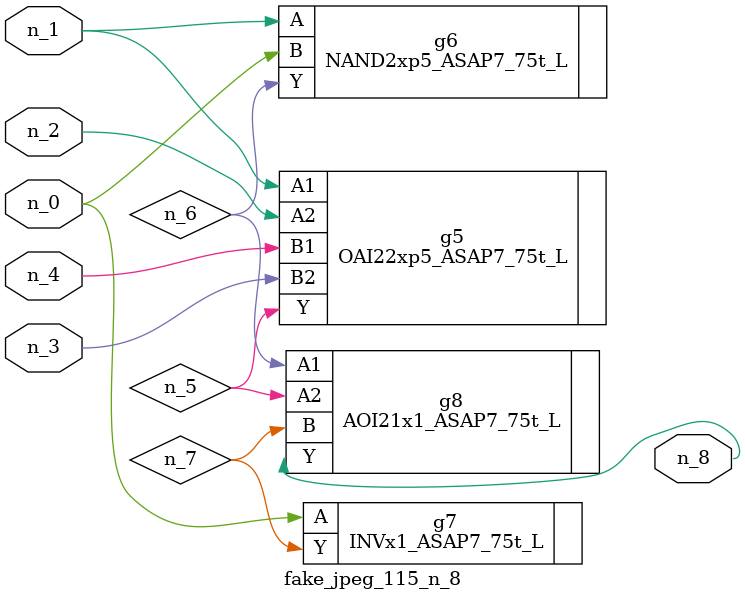
<source format=v>
module fake_jpeg_115_n_8 (n_3, n_2, n_1, n_0, n_4, n_8);

input n_3;
input n_2;
input n_1;
input n_0;
input n_4;

output n_8;

wire n_6;
wire n_5;
wire n_7;

OAI22xp5_ASAP7_75t_L g5 ( 
.A1(n_1),
.A2(n_2),
.B1(n_4),
.B2(n_3),
.Y(n_5)
);

NAND2xp5_ASAP7_75t_L g6 ( 
.A(n_1),
.B(n_0),
.Y(n_6)
);

INVx1_ASAP7_75t_L g7 ( 
.A(n_0),
.Y(n_7)
);

AOI21x1_ASAP7_75t_L g8 ( 
.A1(n_6),
.A2(n_5),
.B(n_7),
.Y(n_8)
);


endmodule
</source>
